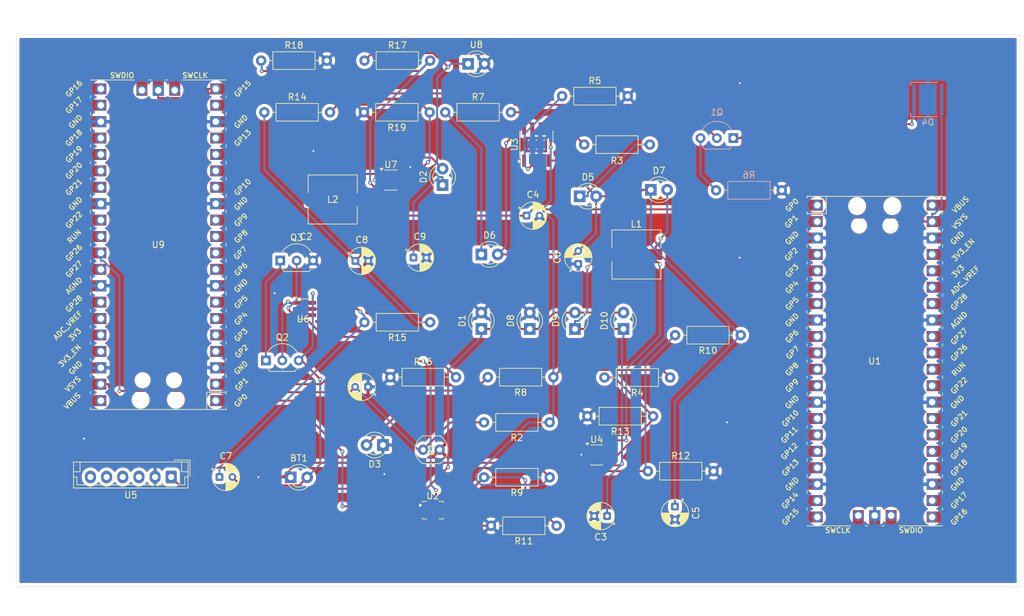
<source format=kicad_pcb>
(kicad_pcb (version 20241229) (generator "pcbnew") (generator_version "9.0")
  (title_block (title "PCB Layout For LightCycle") (date "2025-11-18") (rev "3") (company "LightCycle"))
  (layers (0 "F.Cu" signal) (2 "B.Cu" signal) (13 "F.Paste" user) (15 "B.Paste" user) (5 "F.SilkS" user "F.Silkscreen") (7 "B.SilkS" user "B.Silkscreen") (1 "F.Mask" user) (3 "B.Mask" user) (25 "Edge.Cuts" user))
  (net 0 "")
  (net 1 "3.7V")
  (net 2 "Net-(BT1--)")
  (net 3 "Net-(D2-A)")
  (net 4 "GND")
  (net 5 "Net-(D7-A)")
  (net 6 "Net-(U3-~{STDBY})")
  (net 7 "Net-(U3-~{CHRG})")
  (net 8 "Net-(U3-PROG)")
  (net 9 "/5V")
  (net 11 "Net-(D3-A)")
  (net 12 "Net-(U4-FB)")
  (net 13 "Net-(D4-K)")
  (net 14 "Net-(D5-K)")
  (net 15 "/V_charge")
  (net 16 "Net-(D6-K)")
  (net 17 "/GPIO26")
  (net 18 "Net-(U7-FB)")
  (net 19 "/GPIO0")
  (net 20 "/GPIO1")
  (net 26 "Net-(U2-VDD)")
  (net 32 "Net-(U4-EN)")
  (net 33 "Net-(Q3-G)")
  (net 34 "Net-(U6-CS)")
  (net 35 "Net-(U6-VCC)")
  (net 36 "Net-(Q2-G)")
  (net 39 "Net-(U7-EN)")
  (net 40 "/GPIO15")
  (net 41 "Net-(Q1-S)")
  (net 42 "Net-(Q2-D)")
  (net 107 "Net-(D10-K)")
  (net 108 "Net-(D1-K)")
  (footprint "Resistor_THT:R_Axial_DIN0207_L6.3mm_D2.5mm_P10.16mm_Horizontal" (layer "F.Cu") (at 143.08 132.5 180)
    (property "Reference" "R9")
    (property "Value" "1k")
  )
  (footprint "Capacitor_THT:CP_Radial_D4.0mm_P2.00mm" (layer "F.Cu") (at 162.4726 137.0274 -90)
    (property "Reference" "C5")
    (property "Value" "100u")
  )
  (footprint "Inductor_SMD:L_Wuerth_WE-PD-Typ-7345" (layer "F.Cu") (at 109.5 89.5 180)
    (property "Reference" "L2")
    (property "Value" "1n")
  )
  (footprint "LED_THT:LED_D3.0mm_Clear" (layer "F.Cu") (at 103 132.5)
    (property "Reference" "BT1")
    (property "Value" "Battery_Cell")
  )
  (footprint "Resistor_THT:R_Axial_DIN0207_L6.3mm_D2.5mm_P10.16mm_Horizontal" (layer "F.Cu") (at 118.42 117)
    (property "Reference" "R16")
    (property "Value" "1k")
  )
  (footprint "LED_THT:LED_D3.0mm_Clear" (layer "F.Cu") (at 158.73 88)
    (property "Reference" "D7")
    (property "Value" "1N4148WT")
  )
  (footprint "Resistor_THT:R_Axial_DIN0207_L6.3mm_D2.5mm_P10.16mm_Horizontal" (layer "F.Cu") (at 143.08 124 180)
    (property "Reference" "R2")
    (property "Value" "10k")
  )
  (footprint "Resistor_THT:R_Axial_DIN0207_L6.3mm_D2.5mm_P10.16mm_Horizontal" (layer "F.Cu") (at 98.92 76)
    (property "Reference" "R14")
    (property "Value" "1k")
  )
  (footprint "MCU_RaspberryPi_and_Boards:RPi_Pico_SMD_TH" (layer "F.Cu") (at 193.39 114.51)
    (property "Reference" "U1")
    (property "Value" "Pico")
  )
  (footprint "Resistor_THT:R_Axial_DIN0207_L6.3mm_D2.5mm_P10.16mm_Horizontal" (layer "F.Cu") (at 124.5 76 180)
    (property "Reference" "R19")
    (property "Value" "1k")
  )
  (footprint "Package_TO_SOT_THT:TO-92L_Inline_Wide" (layer "F.Cu") (at 101.3775 98.95)
    (property "Reference" "Q3")
    (property "Value" "NMOS")
  )
  (footprint "Resistor_THT:R_Axial_DIN0207_L6.3mm_D2.5mm_P10.16mm_Horizontal" (layer "F.Cu") (at 172.66 110.5 180)
    (property "Reference" "R10")
    (property "Value" "10k")
  )
  (footprint "Resistor_THT:R_Axial_DIN0207_L6.3mm_D2.5mm_P10.16mm_Horizontal" (layer "F.Cu") (at 158.2825 131.55)
    (property "Reference" "R12")
    (property "Value" "10k")
  )
  (footprint "Package_TO_SOT_SMD:SOT-23-6" (layer "F.Cu") (at 105.1375 106.45)
    (property "Reference" "U6")
    (property "Value" "DW01A")
  )
  (footprint "LED_THT:LED_D3.0mm_Clear" (layer "F.Cu") (at 132.5 98)
    (property "Reference" "D6")
    (property "Value" "LED")
  )
  (footprint "LED_THT:LED_D3.0mm_Clear" (layer "F.Cu") (at 147 109.54 90)
    (property "Reference" "D9")
    (property "Value" "1N4148WT")
  )
  (footprint "Package_TO_SOT_SMD:SOT-23-6" (layer "F.Cu") (at 118.5 86.5)
    (property "Reference" "U7")
    (property "Value" "MT3608")
  )
  (footprint "Resistor_THT:R_Axial_DIN0207_L6.3mm_D2.5mm_P10.16mm_Horizontal" (layer "F.Cu") (at 158.58 81 180)
    (property "Reference" "R3")
    (property "Value" "1k")
  )
  (footprint "Package_TO_SOT_SMD:SOT-23-6" (layer "F.Cu") (at 150.3625 129.05)
    (property "Reference" "U4")
    (property "Value" "MT3608")
  )
  (footprint "LED_THT:LED_D3.0mm_Clear" (layer "F.Cu") (at 126.5 87.27 90)
    (property "Reference" "D2")
    (property "Value" "1N4148WT")
  )
  (footprint "Package_SO:SOIC-8-1EP_3.9x4.9mm_P1.27mm_EP2.41x3.3mm_ThermalVias" (layer "F.Cu") (at 141.0274 81 90)
    (property "Reference" "U3")
    (property "Value" "TP4056-42-ESOP8")
  )
  (footprint "Capacitor_THT:CP_Radial_D4.0mm_P2.00mm" (layer "F.Cu") (at 151.9726 138.5 180)
    (property "Reference" "C3")
    (property "Value" "100u")
  )
  (footprint "LED_THT:LED_D3.0mm_Clear" (layer "F.Cu") (at 132.5 109.54 90)
    (property "Reference" "D1")
    (property "Value" "1N4148WT")
  )
  (footprint "Resistor_THT:R_Axial_DIN0207_L6.3mm_D2.5mm_P10.16mm_Horizontal" (layer "F.Cu") (at 114.42 68)
    (property "Reference" "R17")
    (property "Value" "3.5k")
  )
  (footprint "OptoDevice:R_LDR_4.9x4.2mm_P2.54mm_Vertical" (layer "F.Cu") (at 123.4993 128.2334)
    (property "Reference" "R1")
    (property "Value" "R_Photo")
  )
  (footprint "LED_THT:LED_D3.0mm_Clear" (layer "F.Cu") (at 154.5 109.54 90)
    (property "Reference" "D10")
    (property "Value" "1N4148WT")
  )
  (footprint "Resistor_THT:R_Axial_DIN0207_L6.3mm_D2.5mm_P10.16mm_Horizontal" (layer "F.Cu") (at 126.92 76)
    (property "Reference" "R7")
    (property "Value" "1k")
  )
  (footprint "Capacitor_THT:CP_Radial_D4.0mm_P2.00mm" (layer "F.Cu") (at 91.969 132.45)
    (property "Reference" "C7")
    (property "Value" "0.1u")
  )
  (footprint "Resistor_THT:R_Axial_DIN0207_L6.3mm_D2.5mm_P10.16mm_Horizontal" (layer "F.Cu") (at 145 73.5)
    (property "Reference" "R5")
    (property "Value" "1k")
  )
  (footprint "LED_THT:LED_D3.0mm_Clear" (layer "F.Cu") (at 130.46 68.5)
    (property "Reference" "U8")
    (property "Value" "~")
  )
  (footprint "Resistor_THT:R_Axial_DIN0207_L6.3mm_D2.5mm_P10.16mm_Horizontal" (layer "F.Cu") (at 143.66 117 180)
    (property "Reference" "R8")
    (property "Value" "10k")
  )
  (footprint "Inductor_SMD:L_Wuerth_WE-PD-Typ-7345" (layer "F.Cu") (at 156.5 98)
    (property "Reference" "L1")
    (property "Value" "1n")
  )
  (footprint "Resistor_THT:R_Axial_DIN0207_L6.3mm_D2.5mm_P10.16mm_Horizontal" (layer "F.Cu") (at 159.08 123.04 180)
    (property "Reference" "R13")
    (property "Value" "1k")
  )
  (footprint "Capacitor_THT:CP_Radial_D4.0mm_P2.00mm" (layer "F.Cu") (at 122 98.5)
    (property "Reference" "C9")
    (property "Value" "100u")
  )
  (footprint "Package_TO_SOT_THT:TO-92L_Inline_Wide" (layer "F.Cu") (at 99.1571 114.41)
    (property "Reference" "Q2")
    (property "Value" "NMOS")
  )
  (footprint "Resistor_THT:R_Axial_DIN0207_L6.3mm_D2.5mm_P10.16mm_Horizontal" (layer "F.Cu") (at 98.42 68)
    (property "Reference" "R18")
    (property "Value" "10k")
  )
  (footprint "LED_THT:LED_D3.0mm_Clear" (layer "F.Cu") (at 117.27 127.5 180)
    (property "Reference" "D3")
    (property "Value" "LED")
  )
  (footprint "Capacitor_THT:CP_Radial_D4.0mm_P2.00mm" (layer "F.Cu") (at 113 99)
    (property "Reference" "C8")
    (property "Value" "100u")
  )
  (footprint "Resistor_THT:R_Axial_DIN0207_L6.3mm_D2.5mm_P10.16mm_Horizontal" (layer "F.Cu") (at 144.16 140 180)
    (property "Reference" "R11")
    (property "Value" "1k")
  )
  (footprint "Capacitor_THT:CP_Radial_D4.0mm_P2.00mm" (layer "F.Cu") (at 147.5 99.4726 90)
    (property "Reference" "C6")
    (property "Value" "100u")
  )
  (footprint "Connector_JST:JST_EH_B6B-EH-A_1x06_P2.50mm_Vertical" (layer "F.Cu") (at 84.5 132.45 180)
    (property "Reference" "U5")
    (property "Value" "~")
  )
  (footprint "Capacitor_THT:CP_Radial_D4.0mm_P2.00mm" (layer "F.Cu") (at 114.9726 118.5 180)
    (property "Reference" "C2")
    (property "Value" "10u")
  )
  (footprint "Package_LGA:LGA-14_3x2.5mm_P0.5mm_LayoutBorder3x4y" (layer "F.Cu") (at 125 137.58)
    (property "Reference" "U2")
    (property "Value" "LSM6DS3")
  )
  (footprint "Resistor_THT:R_Axial_DIN0207_L6.3mm_D2.5mm_P10.16mm_Horizontal" (layer "F.Cu") (at 124.58 108.5 180)
    (property "Reference" "R15")
    (property "Value" "100R")
  )
  (footprint "LED_THT:LED_D3.0mm_Clear" (layer "F.Cu") (at 147.73 89)
    (property "Reference" "D5")
    (property "Value" "LED")
  )
  (footprint "Resistor_THT:R_Axial_DIN0207_L6.3mm_D2.5mm_P10.16mm_Horizontal" (layer "F.Cu") (at 161.7175 117.05 180)
    (property "Reference" "R4")
    (property "Value" "1k")
  )
  (footprint "LED_THT:LED_D3.0mm_Clear" (layer "F.Cu") (at 140 109.54 90)
    (property "Reference" "D8")
    (property "Value" "1N4148WT")
  )
  (footprint "Capacitor_THT:CP_Radial_D4.0mm_P2.00mm" (layer "F.Cu") (at 139.5 92)
    (property "Reference" "C4")
    (property "Value" "10u")
  )
  (footprint "MCU_RaspberryPi_and_Boards:RPi_Pico_SMD_TH" (layer "F.Cu") (at 82.5 96.5 180)
    (property "Reference" "U9")
    (property "Value" "Pico")
  )
  (footprint "Resistor_THT:R_Axial_DIN0207_L6.3mm_D2.5mm_P10.16mm_Horizontal" (layer "B.Cu") (at 179 88.075 180)
    (property "Reference" "R6")
    (property "Value" "1k")
  )
  (footprint "LED_SMD:LED_Cree-XHP50_3V_HighDensity" (layer "B.Cu") (at 201.61 74.025)
    (property "Reference" "D4")
    (property "Value" "LED_Cree_XHP50_3V_HighDensity")
  )
  (footprint "Package_TO_SOT_THT:TO-92L_Inline_Wide" (layer "B.Cu") (at 171.5 80 180)
    (property "Reference" "Q1")
    (property "Value" "NMOS")
  )
  (gr_rect (start 61.75 65) (end 214.25 144.5) (stroke (width 0.2)) (fill no) (layer "F.Cu"))
  (gr_rect (start 60.5 64) (end 215.855741 149.355741) (stroke (width 0.05)) (fill no) (layer "Edge.Cuts"))
  (segment (start 142.98 78.5725) (end 142.932 78.525) (width 0.3) (layer "F.Cu") (net 1))
  (segment (start 118.536 87.0999) (end 119.136 86.5) (width 0.3) (layer "F.Cu") (net 1))
  (segment (start 118.536 87.6737) (end 118.536 87.0999) (width 0.3) (layer "F.Cu") (net 1))
  (segment (start 101.748 132.5) (end 103.994 130.255) (width 0.3) (layer "F.Cu") (net 1))
  (segment (start 202.28 92.92) (end 201.078 92.92) (width 0.3) (layer "F.Cu") (net 1))
  (segment (start 87.3839 131.009) (end 100.258 131.009) (width 0.3) (layer "F.Cu") (net 1))
  (segment (start 160.549 115.881) (end 144.779 115.881) (width 0.3) (layer "F.Cu") (net 1))
  (segment (start 103 132.5) (end 101.748 132.5) (width 0.3) (layer "F.Cu") (net 1))
  (segment (start 143.242 78.8345) (end 143.242 81.3977) (width 0.3) (layer "F.Cu") (net 1))
  (segment (start 117.105 89.105) (end 118.536 87.6737) (width 0.3) (layer "F.Cu") (net 1))
  (segment (start 120 92) (end 113 99) (width 0.3) (layer "F.Cu") (net 1))
  (segment (start 120 92) (end 139.5 92) (width 0.3) (layer "F.Cu") (net 1))
  (segment (start 103.994 130.255) (end 140.835 130.255) (width 0.3) (layer "F.Cu") (net 1))
  (segment (start 140.835 130.255) (end 143.08 132.5) (width 0.3) (layer "F.Cu") (net 1))
  (segment (start 142.9324 78.525) (end 142.9325 78.525) (width 0.3) (layer "F.Cu") (net 1))
  (segment (start 161.718 117.05) (end 161.7178 117.0497) (width 0.3) (layer "F.Cu") (net 1))
  (segment (start 181.144 91.0219) (end 140.478 91.0219) (width 0.3) (layer "F.Cu") (net 1))
  (segment (start 116.71 89.5) (end 117.105 89.105) (width 0.3) (layer "F.Cu") (net 1))
  (segment (start 161.7175 117.05) (end 161.7178 117.0497) (width 0.3) (layer "F.Cu") (net 1))
  (segment (start 187.715 91.6825) (end 181.805 91.6825) (width 0.3) (layer "F.Cu") (net 1))
  (segment (start 200.439 92.281) (end 188.314 92.281) (width 0.3) (layer "F.Cu") (net 1))
  (segment (start 73.61 118.09) (end 74.8117 118.09) (width 0.3) (layer "F.Cu") (net 1))
  (segment (start 74.8117 118.09) (end 74.8117 118.437) (width 0.3) (layer "F.Cu") (net 1))
  (segment (start 188.314 92.281) (end 187.715 91.6825) (width 0.3) (layer "F.Cu") (net 1))
  (segment (start 100.258 131.009) (end 101.748 132.5) (width 0.3) (layer "F.Cu") (net 1))
  (segment (start 142.932 78.525) (end 142.98 78.5728) (width 0.3) (layer "F.Cu") (net 1))
  (segment (start 142.9325 78.525) (end 142.98 78.5725) (width 0.3) (layer "F.Cu") (net 1))
  (segment (start 144.779 115.881) (end 143.66 117) (width 0.3) (layer "F.Cu") (net 1))
  (segment (start 161.7178 117.0497) (end 160.549 115.881) (width 0.3) (layer "F.Cu") (net 1))
  (segment (start 112.5 89.5) (end 116.71 89.5) (width 0.3) (layer "F.Cu") (net 1))
  (segment (start 119.136 86.5) (end 119.6375 86.5) (width 0.3) (layer "F.Cu") (net 1))
  (segment (start 142.98 78.5728) (end 143.242 78.8345) (width 0.3) (layer "F.Cu") (net 1))
  (segment (start 140.478 91.0219) (end 139.5 92) (width 0.3) (layer "F.Cu") (net 1))
  (segment (start 119.6375 86.5) (end 119.638 86.5) (width 0.3) (layer "F.Cu") (net 1))
  (segment (start 201.078 92.92) (end 200.439 92.281) (width 0.3) (layer "F.Cu") (net 1))
  (segment (start 74.8117 118.437) (end 87.3839 131.009) (width 0.3) (layer "F.Cu") (net 1))
  (segment (start 142.98 78.5725) (end 142.98 78.5728) (width 0.3) (layer "F.Cu") (net 1))
  (segment (start 181.805 91.6825) (end 181.144 91.0219) (width 0.3) (layer "F.Cu") (net 1))
  (segment (start 117.105 89.105) (end 120 92) (width 0.3) (layer "F.Cu") (net 1))
  (via (at 143.242 81.3977) (size 0.6) (drill 0.3) (layers "F.Cu" "B.Cu") (net 1))
  (segment (start 143.66 117) (end 143.66 92.814) (width 0.3) (layer "B.Cu") (net 1))
  (segment (start 143.08 124) (end 139.791 124) (width 0.3) (layer "B.Cu") (net 1))
  (segment (start 143.242 81.3977) (end 143.242 89.7007) (width 0.3) (layer "B.Cu") (net 1))
  (segment (start 143.66 92.814) (end 141.894 91.0483) (width 0.3) (layer "B.Cu") (net 1))
  (segment (start 141.928 133.652) (end 143.08 132.5) (width 0.3) (layer "B.Cu") (net 1))
  (segment (start 131.768 132.023) (end 131.768 132.977) (width 0.3) (layer "B.Cu") (net 1))
  (segment (start 202.28 91.7183) (end 202.641 91.7183) (width 0.3) (layer "B.Cu") (net 1))
  (segment (start 203.75 90.6095) (end 203.75 74.025) (width 0.3) (layer "B.Cu") (net 1))
  (segment (start 132.443 133.652) (end 141.928 133.652) (width 0.3) (layer "B.Cu") (net 1))
  (segment (start 143.66 123.42) (end 143.66 117) (width 0.3) (layer "B.Cu") (net 1))
  (segment (start 140.452 91.0483) (end 139.5 92) (width 0.3) (layer "B.Cu") (net 1))
  (segment (start 202.28 92.92) (end 202.28 91.7183) (width 0.3) (layer "B.Cu") (net 1))
  (segment (start 98.92 84.92) (end 113 99) (width 0.3) (layer "B.Cu") (net 1))
  (segment (start 98.92 76) (end 98.92 84.92) (width 0.3) (layer "B.Cu") (net 1))
  (segment (start 124.58 108.5) (end 122.5 108.5) (width 0.3) (layer "B.Cu") (net 1))
  (segment (start 143.08 124) (end 143.66 123.42) (width 0.3) (layer "B.Cu") (net 1))
  (segment (start 202.641 91.7183) (end 203.75 90.6095) (width 0.3) (layer "B.Cu") (net 1))
  (segment (start 122.5 108.5) (end 113 99) (width 0.3) (layer "B.Cu") (net 1))
  (segment (start 131.768 132.977) (end 132.443 133.652) (width 0.3) (layer "B.Cu") (net 1))
  (segment (start 143.242 89.7007) (end 141.894 91.0483) (width 0.3) (layer "B.Cu") (net 1))
  (segment (start 139.791 124) (end 131.768 132.023) (width 0.3) (layer "B.Cu") (net 1))
  (segment (start 141.894 91.0483) (end 140.452 91.0483) (width 0.3) (layer "B.Cu") (net 1))
  (segment (start 106.275 105.5) (end 106.413 105.362) (width 0.3) (layer "F.Cu") (net 2))
  (segment (start 104.2371 114.41) (end 104.67 114.41) (width 0.3) (layer "F.Cu") (net 2))
  (segment (start 104.67 114.41) (end 107.561 117.301) (width 0.3) (layer "F.Cu") (net 2))
  (segment (start 105.54 132.5) (end 104.287 133.753) (width 0.3) (layer "F.Cu") (net 2))
  (segment (start 104.287 133.753) (end 95.2721 133.753) (width 0.3) (layer "F.Cu") (net 2))
  (segment (start 106.413 105.362) (end 106.413 104.048) (width 0.3) (layer "F.Cu") (net 2))
  (segment (start 95.2721 133.753) (end 93.969 132.45) (width 0.3) (layer "F.Cu") (net 2))
  (segment (start 104.237 114.41) (end 104.2371 114.41) (width 0.3) (layer "F.Cu") (net 2))
  (via (at 106.413 104.048) (size 0.6) (drill 0.3) (layers "F.Cu" "B.Cu") (net 2))
  (via (at 107.561 117.301) (size 0.6) (drill 0.3) (layers "F.Cu" "B.Cu") (net 2))
  (segment (start 107.561 130.479) (end 105.54 132.5) (width 0.3) (layer "B.Cu") (net 2))
  (segment (start 105.325 113.322) (end 104.781 113.866) (width 0.3) (layer "B.Cu") (net 2))
  (segment (start 107.561 117.301) (end 107.561 130.479) (width 0.3) (layer "B.Cu") (net 2))
  (segment (start 104.2371 114.4099) (end 104.2371 114.41) (width 0.3) (layer "B.Cu") (net 2))
  (segment (start 106.413 112.234) (end 105.325 113.322) (width 0.3) (layer "B.Cu") (net 2))
  (segment (start 105.325 113.322) (end 104.781 113.866) (width 0.3) (layer "B.Cu") (net 2))
  (segment (start 104.781 113.866) (end 104.2371 114.4099) (width 0.3) (layer "B.Cu") (net 2))
  (segment (start 106.413 104.048) (end 106.413 112.234) (width 0.3) (layer "B.Cu") (net 2))
  (segment (start 124.793 83.0231) (end 119.889 83.0231) (width 0.3) (layer "F.Cu") (net 3))
  (segment (start 126.5 84.73) (end 124.793 83.0231) (width 0.3) (layer "F.Cu") (net 3))
  (segment (start 106.5 88.2983) (end 109.248 85.55) (width 0.3) (layer "F.Cu") (net 3))
  (segment (start 117.3625 85.55) (end 117.362 85.55) (width 0.3) (layer "F.Cu") (net 3))
  (segment (start 106.5 89.5) (end 106.5 88.2983) (width 0.3) (layer "F.Cu") (net 3))
  (segment (start 119.889 83.0231) (end 117.362 85.55) (width 0.3) (layer "F.Cu") (net 3))
  (segment (start 109.248 85.55) (end 117.362 85.55) (width 0.3) (layer "F.Cu") (net 3))
  (segment (start 149.175 129) (end 149.225 129.05) (width 0.3) (layer "F.Cu") (net 4))
  (segment (start 125.5 138.492) (end 125.5 138.966) (width 0.3) (layer "F.Cu") (net 4))
  (segment (start 116 86.5) (end 117.362 86.5) (width 0.3) (layer "F.Cu") (net 4))
  (segment (start 134 140) (end 126.534 140) (width 0.3) (layer "F.Cu") (net 4))
  (segment (start 126.534 140) (end 125.5 138.966) (width 0.3) (layer "F.Cu") (net 4))
  (segment (start 148 129) (end 149.175 129) (width 0.3) (layer "F.Cu") (net 4))
  (segment (start 125.5 138.966) (end 125.026 138.492) (width 0.3) (layer "F.Cu") (net 4))
  (via (at 100.5 104) (size 0.6) (drill 0.3) (layers "F.Cu" "B.Cu") (net 4))
  (via (at 148 129) (size 0.6) (drill 0.3) (layers "F.Cu" "B.Cu") (net 4))
  (via (at 170.5 124) (size 0.6) (drill 0.3) (layers "F.Cu" "B.Cu") (net 4))
  (via (at 121.5 84.5) (size 0.6) (drill 0.3) (layers "F.Cu" "B.Cu") (net 4))
  (via (at 116 86.5) (size 0.6) (drill 0.3) (layers "F.Cu" "B.Cu") (net 4))
  (via (at 117.5 132) (size 0.6) (drill 0.3) (layers "F.Cu" "B.Cu") (net 4))
  (via (at 172.5 71.5) (size 0.6) (drill 0.3) (layers "F.Cu" "B.Cu") (net 4))
  (via (at 106.5 82) (size 0.6) (drill 0.3) (layers "F.Cu" "B.Cu") (net 4))
  (via (at 172.5 98.5) (size 0.6) (drill 0.3) (layers "F.Cu" "B.Cu") (net 4))
  (via (at 71 126.5) (size 0.6) (drill 0.3) (layers "F.Cu" "B.Cu") (net 4))
  (via (at 98 132.5) (size 0.6) (drill 0.3) (layers "F.Cu" "B.Cu") (net 4))
  (segment (start 159.5 98) (end 159.5 96.7983) (width 0.3) (layer "F.Cu") (net 5))
  (segment (start 159.5 96.7983) (end 160.261 96.0371) (width 0.3) (layer "F.Cu") (net 5))
  (segment (start 159.5 98) (end 159.5 99.2017) (width 0.3) (layer "F.Cu") (net 5))
  (segment (start 160.261 96.0371) (end 160.261 95.5213) (width 0.3) (layer "F.Cu") (net 5))
  (segment (start 159.824 99.2017) (end 160.14 99.518) (width 0.3) (layer "F.Cu") (net 5))
  (segment (start 149.225 128.1) (end 150.542 126.783) (width 0.3) (layer "F.Cu") (net 5))
  (segment (start 159.5 99.2017) (end 159.824 99.2017) (width 0.3) (layer "F.Cu") (net 5))
  (segment (start 150.542 126.783) (end 154.935 126.783) (width 0.3) (layer "F.Cu") (net 5))
  (via (at 160.261 95.5213) (size 0.6) (drill 0.3) (layers "F.Cu" "B.Cu") (net 5))
  (via (at 154.935 126.783) (size 0.6) (drill 0.3) (layers "F.Cu" "B.Cu") (net 5))
  (via (at 160.14 99.518) (size 0.6) (drill 0.3) (layers "F.Cu" "B.Cu") (net 5))
  (segment (start 161.27 94.5125) (end 160.261 95.5213) (width 0.3) (layer "B.Cu") (net 5))
  (segment (start 154.935 126.783) (end 154.935 115.728) (width 0.3) (layer "B.Cu") (net 5))
  (segment (start 154.935 115.728) (end 160.14 110.523) (width 0.3) (layer "B.Cu") (net 5))
  (segment (start 161.27 88) (end 161.27 94.5125) (width 0.3) (layer "B.Cu") (net 5))
  (segment (start 160.14 110.523) (end 160.14 99.518) (width 0.3) (layer "B.Cu") (net 5))
  (segment (start 141.6624 78.525) (end 141.662 78.525) (width 0.3) (layer "F.Cu") (net 6))
  (segment (start 141.662 78.2968) (end 141.662 78.525) (width 0.3) (layer "F.Cu") (net 6))
  (segment (start 141.662 78.525) (end 141.662 78.2968) (width 0.3) (layer "F.Cu") (net 6))
  (segment (start 142.539 77.1923) (end 143.331 77.1923) (width 0.3) (layer "F.Cu") (net 6))
  (segment (start 143.331 77.1923) (end 143.333 77.1908) (width 0.3) (layer "F.Cu") (net 6))
  (segment (start 141.662 78.0686) (end 142.539 77.1923) (width 0.3) (layer "F.Cu") (net 6))
  (segment (start 143.333 77.1908) (end 144.611 77.1908) (width 0.3) (layer "F.Cu") (net 6))
  (segment (start 141.662 78.2968) (end 141.662 78.0686) (width 0.3) (layer "F.Cu") (net 6))
  (segment (start 144.611 77.1908) (end 148.42 81) (width 0.3) (layer "F.Cu") (net 6))
  (segment (start 140.392 78.525) (end 140.392 78.2771) (width 0.3) (layer "F.Cu") (net 7))
  (segment (start 140.3924 78.525) (end 140.392 78.525) (width 0.3) (layer "F.Cu") (net 7))
  (segment (start 140.392 78.0292) (end 138.363 76) (width 0.3) (layer "F.Cu") (net 7))
  (segment (start 140.392 78.2771) (end 140.392 78.0292) (width 0.3) (layer "F.Cu") (net 7))
  (segment (start 138.363 76) (end 137.08 76) (width 0.3) (layer "F.Cu") (net 7))
  (segment (start 140.392 78.2771) (end 140.392 78.525) (width 0.3) (layer "F.Cu") (net 7))
  (segment (start 140.3924 83.6363) (end 140.3924 83.475) (width 0.3) (layer "F.Cu") (net 8))
  (segment (start 140.392 83.7984) (end 140.392 84.1219) (width 0.3) (layer "F.Cu") (net 8))
  (segment (start 140.392 83.6367) (end 140.392 83.7984) (width 0.3) (layer "F.Cu") (net 8))
  (segment (start 140.392 84.1219) (end 139.724 84.79) (width 0.3) (layer "F.Cu") (net 8))
  (segment (start 140.392 83.6367) (end 140.3924 83.6363) (width 0.3) (layer "F.Cu") (net 8))
  (segment (start 140.392 83.7984) (end 140.392 83.6367) (width 0.3) (layer "F.Cu") (net 8))
  (via (at 139.724 84.79) (size 0.6) (drill 0.3) (layers "F.Cu" "B.Cu") (net 8))
  (segment (start 139.226 79.2743) (end 145 73.5) (width 0.3) (layer "B.Cu") (net 8))
  (segment (start 139.226 84.2914) (end 139.226 79.2743) (width 0.3) (layer "B.Cu") (net 8))
  (segment (start 139.724 84.79) (end 139.226 84.2914) (width 0.3) (layer "B.Cu") (net 8))
  (segment (start 125.057 66.8483) (end 115.572 66.8483) (width 0.3) (layer "F.Cu") (net 9))
  (segment (start 127.353 68.9695) (end 125.907 67.523) (width 0.3) (layer "F.Cu") (net 9))
  (segment (start 125.732 67.5229) (end 125.057 66.8483) (width 0.3) (layer "F.Cu") (net 9))
  (segment (start 125.732 67.523) (end 125.732 67.5229) (width 0.3) (layer "F.Cu") (net 9))
  (segment (start 115.572 66.8483) (end 114.42 68) (width 0.3) (layer "F.Cu") (net 9))
  (segment (start 125.907 67.523) (end 125.732 67.523) (width 0.3) (layer "F.Cu") (net 9))
  (via (at 127.353 68.9695) (size 0.6) (drill 0.3) (layers "F.Cu" "B.Cu") (net 9))
  (segment (start 127.353 68.9695) (end 125.652 70.6709) (width 0.3) (layer "B.Cu") (net 9))
  (segment (start 125.248 85.3143) (end 125.952 86.0183) (width 0.3) (layer "B.Cu") (net 9))
  (segment (start 122 89.9706) (end 122 98.5) (width 0.3) (layer "B.Cu") (net 9))
  (segment (start 127.823 68.5) (end 127.353 68.9695) (width 0.3) (layer "B.Cu") (net 9))
  (segment (start 125.652 83.766) (end 125.248 84.1694) (width 0.3) (layer "B.Cu") (net 9))
  (segment (start 125.248 84.1694) (end 125.248 85.3143) (width 0.3) (layer "B.Cu") (net 9))
  (segment (start 126.5 86.0183) (end 126.5 87.27) (width 0.3) (layer "B.Cu") (net 9))
  (segment (start 130.46 68.5) (end 127.823 68.5) (width 0.3) (layer "B.Cu") (net 9))
  (segment (start 125.952 86.0183) (end 122 89.9706) (width 0.3) (layer "B.Cu") (net 9))
  (segment (start 125.652 70.6709) (end 125.652 83.766) (width 0.3) (layer "B.Cu") (net 9))
  (segment (start 125.952 86.0183) (end 126.5 86.0183) (width 0.3) (layer "B.Cu") (net 9))
  (segment (start 131.42 119.08) (end 133.5 117) (width 0.3) (layer "F.Cu") (net 11))
  (segment (start 123.15 119.08) (end 131.42 119.08) (width 0.3) (layer "F.Cu") (net 11))
  (segment (start 114.73 127.5) (end 123.15 119.08) (width 0.3) (layer "F.Cu") (net 11))
  (segment (start 150.775 131.55) (end 149.225 130) (width 0.3) (layer "F.Cu") (net 12))
  (segment (start 158.282 131.55) (end 150.775 131.55) (width 0.3) (layer "F.Cu") (net 12))
  (segment (start 158.2825 131.55) (end 158.282 131.55) (width 0.3) (layer "F.Cu") (net 12))
  (segment (start 157.908 131.176) (end 158.282 131.55) (width 0.3) (layer "B.Cu") (net 12))
  (segment (start 157.908 115.092) (end 157.908 131.176) (width 0.3) (layer "B.Cu") (net 12))
  (segment (start 162.5 110.5) (end 157.908 115.092) (width 0.3) (layer "B.Cu") (net 12))
  (segment (start 158.2825 131.55) (end 158.282 131.55) (width 0.3) (layer "B.Cu") (net 12))
  (segment (start 172.602 80) (end 174.747 77.8551) (width 0.3) (layer "F.Cu") (net 13))
  (segment (start 174.747 77.8551) (end 199.149 77.8551) (width 0.3) (layer "F.Cu") (net 13))
  (segment (start 171.5 80) (end 172.602 80) (width 0.3) (layer "F.Cu") (net 13))
  (via (at 199.149 77.8551) (size 0.6) (drill 0.3) (layers "F.Cu" "B.Cu") (net 13))
  (segment (start 199.47 74.025) (end 199.47 76.7667) (width 0.3) (layer "B.Cu") (net 13))
  (segment (start 199.149 77.0876) (end 199.149 77.8551) (width 0.3) (layer "B.Cu") (net 13))
  (segment (start 199.47 76.7667) (end 199.149 77.0876) (width 0.3) (layer "B.Cu") (net 13))
  (segment (start 148.982 89) (end 148.982 88.4524) (width 0.3) (layer "B.Cu") (net 14))
  (segment (start 147.73 89) (end 148.982 89) (width 0.3) (layer "B.Cu") (net 14))
  (segment (start 156.434 81) (end 158.58 81) (width 0.3) (layer "B.Cu") (net 14))
  (segment (start 148.982 88.4524) (end 156.434 81) (width 0.3) (layer "B.Cu") (net 14))
  (segment (start 135.04 98) (end 146.973 98) (width 0.3) (layer "F.Cu") (net 15))
  (segment (start 146.973 98) (end 147.5 97.4726) (width 0.3) (layer "F.Cu") (net 15))
  (segment (start 158.73 88) (end 157.478 88) (width 0.3) (layer "F.Cu") (net 15))
  (segment (start 144.745 83.475) (end 150.27 89) (width 0.3) (layer "F.Cu") (net 15))
  (segment (start 139.122 78.525) (end 138.573 78.525) (width 0.3) (layer "F.Cu") (net 15))
  (segment (start 142.932 83.475) (end 142.9324 83.475) (width 0.3) (layer "F.Cu") (net 15))
  (segment (start 157.478 88) (end 156.478 89) (width 0.3) (layer "F.Cu") (net 15))
  (segment (start 138.573 78.525) (end 136.328 80.7703) (width 0.3) (layer "F.Cu") (net 15))
  (segment (start 156.478 89) (end 150.27 89) (width 0.3) (layer "F.Cu") (net 15))
  (segment (start 142.9324 83.475) (end 144.745 83.475) (width 0.3) (layer "F.Cu") (net 15))
  (segment (start 139.1224 78.525) (end 139.122 78.525) (width 0.3) (layer "F.Cu") (net 15))
  (via (at 136.328 80.7703) (size 0.6) (drill 0.3) (layers "F.Cu" "B.Cu") (net 15))
  (segment (start 162.473 137.027) (end 162.473 120.687) (width 0.3) (layer "B.Cu") (net 15))
  (segment (start 136.328 80.7703) (end 136.328 96.7124) (width 0.3) (layer "B.Cu") (net 15))
  (segment (start 150.27 94.7026) (end 150.27 89) (width 0.3) (layer "B.Cu") (net 15))
  (segment (start 162.4726 137.0274) (end 162.473 137.027) (width 0.3) (layer "B.Cu") (net 15))
  (segment (start 147.5 97.4726) (end 150.27 94.7026) (width 0.3) (layer "B.Cu") (net 15))
  (segment (start 162.473 120.687) (end 172.66 110.5) (width 0.3) (layer "B.Cu") (net 15))
  (segment (start 172.66 110.5) (end 158.73 96.57) (width 0.3) (layer "B.Cu") (net 15))
  (segment (start 158.73 96.57) (end 158.73 88) (width 0.3) (layer "B.Cu") (net 15))
  (segment (start 136.328 96.7124) (end 135.04 98) (width 0.3) (layer "B.Cu") (net 15))
  (segment (start 132.5 81.58) (end 132.5 98) (width 0.3) (layer "B.Cu") (net 16))
  (segment (start 126.92 76) (end 132.5 81.58) (width 0.3) (layer "B.Cu") (net 16))
  (segment (start 112.145 119.328) (end 88.1748 119.328) (width 0.3) (layer "F.Cu") (net 17))
  (segment (start 88.1748 119.328) (end 87.9702 119.123) (width 0.3) (layer "F.Cu") (net 17))
  (segment (start 123.499 128.2331) (end 123.499 128.233) (width 0.3) (layer "F.Cu") (net 17))
  (segment (start 127.733 124) (end 132.92 124) (width 0.3) (layer "F.Cu") (net 17))
  (segment (start 112.766 118.707) (end 112.9726 118.5004) (width 0.3) (layer "F.Cu") (net 17))
  (segment (start 123.4993 128.2334) (end 123.499 128.2331) (width 0.3) (layer "F.Cu") (net 17))
  (segment (start 87.9702 119.123) (end 76.4976 119.123) (width 0.3) (layer "F.Cu") (net 17))
  (segment (start 123.499 128.233) (end 127.733 124) (width 0.3) (layer "F.Cu") (net 17))
  (segment (start 112.559 118.914) (end 112.145 119.328) (width 0.3) (layer "F.Cu") (net 17))
  (segment (start 112.9726 118.5004) (end 112.9726 118.5) (width 0.3) (layer "F.Cu") (net 17))
  (segment (start 112.766 118.707) (end 112.559 118.914) (width 0.3) (layer "F.Cu") (net 17))
  (segment (start 112.559 118.914) (end 112.766 118.707) (width 0.3) (layer "F.Cu") (net 17))
  (via (at 76.4976 119.123) (size 0.6) (drill 0.3) (layers "F.Cu" "B.Cu") (net 17))
  (segment (start 122.706 128.233) (end 113.622 119.149) (width 0.3) (layer "B.Cu") (net 17))
  (segment (start 113.2971 118.8245) (end 112.9726 118.5) (width 0.3) (layer "B.Cu") (net 17))
  (segment (start 73.9855 98.9717) (end 76.4976 101.484) (width 0.3) (layer "B.Cu") (net 17))
  (segment (start 73.61 97.77) (end 73.61 98.9717) (width 0.3) (layer "B.Cu") (net 17))
  (segment (start 123.499 128.2331) (end 123.499 128.233) (width 0.3) (layer "B.Cu") (net 17))
  (segment (start 76.4976 101.484) (end 76.4976 119.123) (width 0.3) (layer "B.Cu") (net 17))
  (segment (start 123.499 128.233) (end 122.706 128.233) (width 0.3) (layer "B.Cu") (net 17))
  (segment (start 113.2975 118.8245) (end 113.2971 118.8245) (width 0.3) (layer "B.Cu") (net 17))
  (segment (start 113.622 119.149) (end 113.2975 118.8245) (width 0.3) (layer "B.Cu") (net 17))
  (segment (start 73.61 98.9717) (end 73.9855 98.9717) (width 0.3) (layer "B.Cu") (net 17))
  (segment (start 113.622 119.149) (end 113.2975 118.8245) (width 0.3) (layer "B.Cu") (net 17))
  (segment (start 123.4993 128.2334) (end 123.499 128.2331) (width 0.3) (layer "B.Cu") (net 17))
  (segment (start 98.5113 69.6223) (end 122.958 69.6223) (width 0.3) (layer "F.Cu") (net 18))
  (segment (start 122.958 69.6223) (end 124.58 68) (width 0.3) (layer "F.Cu") (net 18))
  (segment (start 117.3625 87.45) (end 117.362 87.45) (width 0.3) (layer "F.Cu") (net 18))
  (segment (start 115.822 87.45) (end 117.362 87.45) (width 0.3) (layer "F.Cu") (net 18))
  (segment (start 115.295 86.9229) (end 115.822 87.45) (width 0.3) (layer "F.Cu") (net 18))
  (via (at 115.295 86.9229) (size 0.6) (drill 0.3) (layers "F.Cu" "B.Cu") (net 18))
  (via (at 98.5113 69.6223) (size 0.6) (drill 0.3) (layers "F.Cu" "B.Cu") (net 18))
  (segment (start 124.58 68) (end 115.295 77.2846) (width 0.3) (layer "B.Cu") (net 18))
  (segment (start 115.295 77.2846) (end 115.295 86.9229) (width 0.3) (layer "B.Cu") (net 18))
  (segment (start 98.5113 68.0913) (end 98.5113 69.6223) (width 0.3) (layer "B.Cu") (net 18))
  (segment (start 98.42 68) (end 98.5113 68.0913) (width 0.3) (layer "B.Cu") (net 18))
  (segment (start 91.39 120.63) (end 103.13 120.63) (width 0.3) (layer "F.Cu") (net 19))
  (segment (start 124.5 135.5) (end 124.474 135.526) (width 0.3) (layer "F.Cu") (net 19))
  (segment (start 122.5 135.5) (end 124.5 135.5) (width 0.3) (layer "F.Cu") (net 19))
  (segment (start 103.13 120.63) (end 111 128.5) (width 0.3) (layer "F.Cu") (net 19))
  (segment (start 121 137) (end 122.5 135.5) (width 0.3) (layer "F.Cu") (net 19))
  (segment (start 124.474 135.526) (end 124.474 136.531) (width 0.3) (layer "F.Cu") (net 19))
  (segment (start 111 137) (end 121 137) (width 0.3) (layer "F.Cu") (net 19))
  (via (at 111 128.5) (size 0.6) (drill 0.3) (layers "F.Cu" "B.Cu") (net 19))
  (via (at 111 137) (size 0.6) (drill 0.3) (layers "F.Cu" "B.Cu") (net 19))
  (segment (start 111 128.5) (end 111 137) (width 0.3) (layer "B.Cu") (net 19))
  (segment (start 111.283 114.5) (end 123.5 114.5) (width 0.3) (layer "F.Cu") (net 20))
  (segment (start 91.39 118.09) (end 107.693 118.09) (width 0.3) (layer "F.Cu") (net 20))
  (segment (start 125.5 135.5) (end 125 136) (width 0.3) (layer "F.Cu") (net 20))
  (segment (start 125.5 134.5) (end 125.5 135.5) (width 0.3) (layer "F.Cu") (net 20))
  (segment (start 107.693 118.09) (end 111.283 114.5) (width 0.3) (layer "F.Cu") (net 20))
  (segment (start 125 136) (end 125 136.232) (width 0.3) (layer "F.Cu") (net 20))
  (via (at 125.5 134.5) (size 0.6) (drill 0.3) (layers "F.Cu" "B.Cu") (net 20))
  (via (at 123.5 114.5) (size 0.6) (drill 0.3) (layers "F.Cu" "B.Cu") (net 20))
  (segment (start 124.65 115.65) (end 124.65 133.65) (width 0.3) (layer "B.Cu") (net 20))
  (segment (start 123.5 114.5) (end 124.65 115.65) (width 0.3) (layer "B.Cu") (net 20))
  (segment (start 124.65 133.65) (end 125.5 134.5) (width 0.3) (layer "B.Cu") (net 20))
  (segment (start 127.064 138.356) (end 126.162 138.356) (width 0.3) (layer "F.Cu") (net 26))
  (segment (start 139.319 135.159) (end 139.319 132.952) (width 0.3) (layer "F.Cu") (net 26))
  (segment (start 132.92 132.5) (end 127.064 138.356) (width 0.3) (layer "F.Cu") (net 26))
  (segment (start 144.16 140) (end 139.319 135.159) (width 0.3) (layer "F.Cu") (net 26))
  (via (at 139.319 132.952) (size 0.6) (drill 0.3) (layers "F.Cu" "B.Cu") (net 26))
  (segment (start 132.92 132.5) (end 138.867 132.5) (width 0.3) (layer "B.Cu") (net 26))
  (segment (start 138.867 132.5) (end 139.319 132.952) (width 0.3) (layer "B.Cu") (net 26))
  (segment (start 151.5575 117.05) (end 151.558 117.05) (width 0.3) (layer "F.Cu") (net 32))
  (segment (start 159.08 123.56) (end 159.08 123.04) (width 0.3) (layer "F.Cu") (net 32))
  (segment (start 151.5 130) (end 152.64 130) (width 0.3) (layer "F.Cu") (net 32))
  (segment (start 153.09 117.05) (end 151.558 117.05) (width 0.3) (layer "F.Cu") (net 32))
  (segment (start 159.08 123.04) (end 153.09 117.05) (width 0.3) (layer "F.Cu") (net 32))
  (segment (start 152.64 130) (end 159.08 123.56) (width 0.3) (layer "F.Cu") (net 32))
  (segment (start 103.857 107.256) (end 103.363 107.256) (width 0.3) (layer "F.Cu") (net 33))
  (segment (start 102.631 106.525) (end 102.631 106.299) (width 0.3) (layer "F.Cu") (net 33))
  (segment (start 103.857 107.257) (end 103.857 107.256) (width 0.3) (layer "F.Cu") (net 33))
  (segment (start 103.363 107.256) (end 102.631 106.525) (width 0.3) (layer "F.Cu") (net 33))
  (segment (start 104 107.4) (end 103.857 107.257) (width 0.3) (layer "F.Cu") (net 33))
  (via (at 102.631 106.299) (size 0.6) (drill 0.3) (layers "F.Cu" "B.Cu") (net 33))
  (segment (start 103.9175 100.436) (end 103.9175 98.95) (width 0.3) (layer "B.Cu") (net 33))
  (segment (start 103.918 100.4365) (end 103.9175 100.436) (width 0.3) (layer "B.Cu") (net 33))
  (segment (start 103.918 101.923) (end 103.918 100.4365) (width 0.3) (layer "B.Cu") (net 33))
  (segment (start 102.631 106.299) (end 103.918 105.012) (width 0.3) (layer "B.Cu") (net 33))
  (segment (start 103.918 101.923) (end 103.918 100.4365) (width 0.3) (layer "B.Cu") (net 33))
  (segment (start 103.918 105.012) (end 103.918 101.923) (width 0.3) (layer "B.Cu") (net 33))
  (segment (start 122.349 110.769) (end 108.204 110.769) (width 0.3) (layer "F.Cu") (net 34))
  (segment (start 128.58 117) (end 122.349 110.769) (width 0.3) (layer "F.Cu") (net 34))
  (segment (start 108.204 110.769) (end 105.101 107.667) (width 0.3) (layer "F.Cu") (net 34))
  (segment (start 105.101 107.667) (end 105.101 107.05) (width 0.3) (layer "F.Cu") (net 34))
  (segment (start 105.101 107.05) (end 104.501 106.45) (width 0.3) (layer "F.Cu") (net 34))
  (segment (start 104.501 106.45) (end 104 106.45) (width 0.3) (layer "F.Cu") (net 34))
  (segment (start 113.756 106.872) (end 113.334 106.45) (width 0.3) (layer "F.Cu") (net 35))
  (segment (start 113.334 106.45) (end 106.275 106.45) (width 0.3) (layer "F.Cu") (net 35))
  (via (at 113.756 106.872) (size 0.6) (drill 0.3) (layers "F.Cu" "B.Cu") (net 35))
  (segment (start 91.969 130.951) (end 91.969 132.45) (width 0.3) (layer "B.Cu") (net 35))
  (segment (start 114.42 108.5) (end 91.969 130.951) (width 0.3) (layer "B.Cu") (net 35))
  (segment (start 114.42 107.536) (end 113.756 106.872) (width 0.3) (layer "B.Cu") (net 35))
  (segment (start 114.42 108.5) (end 114.42 107.536) (width 0.3) (layer "B.Cu") (net 35))
  (segment (start 104 105.5) (end 102.776 105.5) (width 0.3) (layer "F.Cu") (net 36))
  (segment (start 102.776 105.5) (end 102.573 105.296) (width 0.3) (layer "F.Cu") (net 36))
  (via (at 102.573 105.296) (size 0.6) (drill 0.3) (layers "F.Cu" "B.Cu") (net 36))
  (segment (start 101.697 110.5545) (end 101.6971 110.5546) (width 0.3) (layer "B.Cu") (net 36))
  (segment (start 101.697 110.5545) (end 101.697 114.41) (width 0.3) (layer "B.Cu") (net 36))
  (segment (start 101.6971 110.5546) (end 101.6971 114.41) (width 0.3) (layer "B.Cu") (net 36))
  (segment (start 101.697 106.172) (end 101.697 110.5545) (width 0.3) (layer "B.Cu") (net 36))
  (segment (start 102.573 105.296) (end 101.697 106.172) (width 0.3) (layer "B.Cu") (net 36))
  (segment (start 110.245 74.8354) (end 109.08 76) (width 0.3) (layer "F.Cu") (net 39))
  (segment (start 119.6375 87.45) (end 119.638 87.45) (width 0.3) (layer "F.Cu") (net 39))
  (segment (start 119.638 87.45) (end 120.503 87.45) (width 0.3) (layer "F.Cu") (net 39))
  (segment (start 124.5 76) (end 123.335 74.8354) (width 0.3) (layer "F.Cu") (net 39))
  (segment (start 120.503 87.45) (end 124.233 83.7205) (width 0.3) (layer "F.Cu") (net 39))
  (segment (start 123.335 74.8354) (end 110.245 74.8354) (width 0.3) (layer "F.Cu") (net 39))
  (via (at 124.233 83.7205) (size 0.6) (drill 0.3) (layers "F.Cu" "B.Cu") (net 39))
  (segment (start 124.5 83.4534) (end 124.5 76) (width 0.3) (layer "B.Cu") (net 39))
  (segment (start 124.233 83.7205) (end 124.5 83.4534) (width 0.3) (layer "B.Cu") (net 39))
  (segment (start 82.5 73.8017) (end 89.4675 73.8017) (width 0.3) (layer "F.Cu") (net 40))
  (segment (start 90.1883 72.37) (end 91.39 72.37) (width 0.3) (layer "F.Cu") (net 40))
  (segment (start 90.1883 73.0809) (end 90.1883 72.37) (width 0.3) (layer "F.Cu") (net 40))
  (segment (start 163.81 74.8498) (end 137.699 74.8498) (width 0.3) (layer "F.Cu") (net 40))
  (segment (start 137.699 74.8498) (end 135.93 73.0809) (width 0.3) (layer "F.Cu") (net 40))
  (segment (start 89.4675 73.8017) (end 90.1883 73.0809) (width 0.3) (layer "F.Cu") (net 40))
  (segment (start 82.5 72.6) (end 82.5 73.8017) (width 0.3) (layer "F.Cu") (net 40))
  (segment (start 168.96 80) (end 163.81 74.8498) (width 0.3) (layer "F.Cu") (net 40))
  (segment (start 135.93 73.0809) (end 90.1883 73.0809) (width 0.3) (layer "F.Cu") (net 40))
  (segment (start 166.42 85.655) (end 168.84 88.075) (width 0.3) (layer "B.Cu") (net 41))
  (segment (start 166.42 80) (end 166.42 85.655) (width 0.3) (layer "B.Cu") (net 41))
  (segment (start 101.378 99.501) (end 101.378 98.95) (width 0.3) (layer "B.Cu") (net 42))
  (segment (start 101.3775 98.95) (end 101.378 98.95) (width 0.3) (layer "B.Cu") (net 42))
  (segment (start 101.378 100.052) (end 99.1571 102.272) (width 0.3) (layer "B.Cu") (net 42))
  (segment (start 99.1571 102.272) (end 99.1571 114.41) (width 0.3) (layer "B.Cu") (net 42))
  (segment (start 101.378 99.501) (end 101.378 100.052) (width 0.3) (layer "B.Cu") (net 42))
  (segment (start 101.378 98.95) (end 101.378 99.501) (width 0.3) (layer "B.Cu") (net 42))
  (segment (start 150.485 130.358) (end 150.779 130.652) (width 0.3) (layer "F.Cu") (net 107))
  (segment (start 154.049 130.652) (end 154.277 130.424) (width 0.3) (layer "F.Cu") (net 107))
  (segment (start 151.077 129.05) (end 150.485 129.642) (width 0.3) (layer "F.Cu") (net 107))
  (segment (start 151.5 129.05) (end 151.077 129.05) (width 0.3) (layer "F.Cu") (net 107))
  (segment (start 150.485 129.642) (end 150.485 130.358) (width 0.3) (layer "F.Cu") (net 107))
  (segment (start 153.5 98) (end 153.5 99.2017) (width 0.3) (layer "F.Cu") (net 107))
  (segment (start 150.779 130.652) (end 154.049 130.652) (width 0.3) (layer "F.Cu") (net 107))
  (segment (start 149.712 99.2017) (end 148.887 100.026) (width 0.3) (layer "F.Cu") (net 107))
  (segment (start 154.5 109.54) (end 147 109.54) (width 0.3) (layer "F.Cu") (net 107))
  (segment (start 153.5 99.2017) (end 149.712 99.2017) (width 0.3) (layer "F.Cu") (net 107))
  (via (at 154.277 130.424) (size 0.6) (drill 0.3) (layers "F.Cu" "B.Cu") (net 107))
  (via (at 148.887 100.026) (size 0.6) (drill 0.3) (layers "F.Cu" "B.Cu") (net 107))
  (segment (start 148.887 106.948) (end 148.887 100.026) (width 0.3) (layer "B.Cu") (net 107))
  (segment (start 154.277 130.424) (end 151.973 132.728) (width 0.3) (layer "B.Cu") (net 107))
  (segment (start 154.277 111.015) (end 154.277 130.424) (width 0.3) (layer "B.Cu") (net 107))
  (segment (start 151.9726 135.6144) (end 151.9726 138.5) (width 0.3) (layer "B.Cu") (net 107))
  (segment (start 147 108.288) (end 147.548 108.288) (width 0.3) (layer "B.Cu") (net 107))
  (segment (start 147.548 108.288) (end 148.887 106.948) (width 0.3) (layer "B.Cu") (net 107))
  (segment (start 151.973 135.614) (end 151.973 138.5) (width 0.3) (layer "B.Cu") (net 107))
  (segment (start 151.973 135.614) (end 151.9726 135.6144) (width 0.3) (layer "B.Cu") (net 107))
  (segment (start 154.5 109.54) (end 154.5 110.792) (width 0.3) (layer "B.Cu") (net 107))
  (segment (start 151.973 132.728) (end 151.973 135.614) (width 0.3) (layer "B.Cu") (net 107))
  (segment (start 147 109.54) (end 147 108.288) (width 0.3) (layer "B.Cu") (net 107))
  (segment (start 154.5 110.792) (end 154.277 111.015) (width 0.3) (layer "B.Cu") (net 107))
  (segment (start 140 109.54) (end 141.252 109.54) (width 0.3) (layer "F.Cu") (net 108))
  (segment (start 124.01 134.266) (end 86.3164 134.266) (width 0.3) (layer "F.Cu") (net 108))
  (segment (start 140 109.54) (end 132.5 109.54) (width 0.3) (layer "F.Cu") (net 108))
  (segment (start 141.252 109.54) (end 143.792 107) (width 0.3) (layer "F.Cu") (net 108))
  (segment (start 154.5 107) (end 147 107) (width 0.3) (layer "F.Cu") (net 108))
  (segment (start 143.792 107) (end 147 107) (width 0.3) (layer "F.Cu") (net 108))
  (segment (start 86.3164 134.266) (end 84.5 132.45) (width 0.3) (layer "F.Cu") (net 108))
  (segment (start 127.353 130.924) (end 124.01 134.266) (width 0.3) (layer "F.Cu") (net 108))
  (via (at 127.353 130.924) (size 0.6) (drill 0.3) (layers "F.Cu" "B.Cu") (net 108))
  (segment (start 132.5 109.54) (end 132.5 110.792) (width 0.3) (layer "B.Cu") (net 108))
  (segment (start 132.5 110.792) (end 127.353 115.939) (width 0.3) (layer "B.Cu") (net 108))
  (segment (start 127.353 115.939) (end 127.353 130.924) (width 0.3) (layer "B.Cu") (net 108))
  (zone (net 4) (net_name "GND") (layers "F.Cu" "B.Cu") (connect_pads (clearance 0.5)) (min_thickness 0.25) (fill yes (thermal_gap 0.5) (thermal_bridge_width 0.5))
    (polygon (pts (xy 216.5 152) (xy 216 59.5) (xy 58.621506 58.621506) (xy 58 154)))
  )
)
</source>
